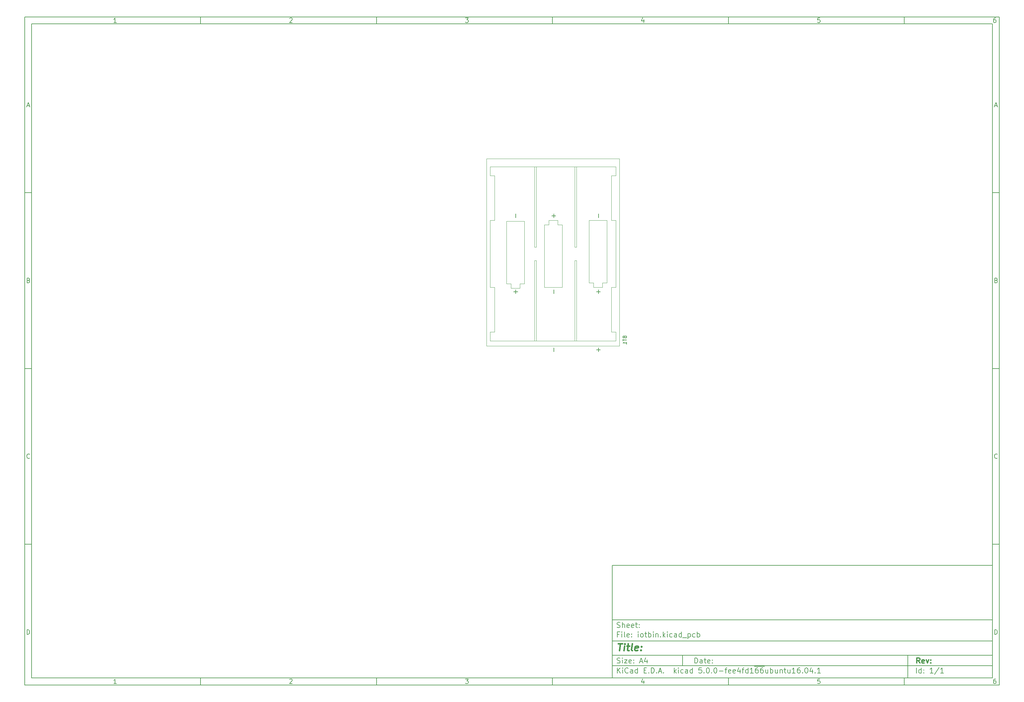
<source format=gbr>
G04 #@! TF.GenerationSoftware,KiCad,Pcbnew,5.0.0-fee4fd1~66~ubuntu16.04.1*
G04 #@! TF.CreationDate,2018-09-18T23:27:24+02:00*
G04 #@! TF.ProjectId,iotbin,696F7462696E2E6B696361645F706362,rev?*
G04 #@! TF.SameCoordinates,Original*
G04 #@! TF.FileFunction,Legend,Bot*
G04 #@! TF.FilePolarity,Positive*
%FSLAX46Y46*%
G04 Gerber Fmt 4.6, Leading zero omitted, Abs format (unit mm)*
G04 Created by KiCad (PCBNEW 5.0.0-fee4fd1~66~ubuntu16.04.1) date Tue Sep 18 23:27:24 2018*
%MOMM*%
%LPD*%
G01*
G04 APERTURE LIST*
%ADD10C,0.100000*%
%ADD11C,0.150000*%
%ADD12C,0.300000*%
%ADD13C,0.400000*%
%ADD14C,0.120000*%
G04 APERTURE END LIST*
D10*
D11*
X177002200Y-166007200D02*
X177002200Y-198007200D01*
X285002200Y-198007200D01*
X285002200Y-166007200D01*
X177002200Y-166007200D01*
D10*
D11*
X10000000Y-10000000D02*
X10000000Y-200007200D01*
X287002200Y-200007200D01*
X287002200Y-10000000D01*
X10000000Y-10000000D01*
D10*
D11*
X12000000Y-12000000D02*
X12000000Y-198007200D01*
X285002200Y-198007200D01*
X285002200Y-12000000D01*
X12000000Y-12000000D01*
D10*
D11*
X60000000Y-12000000D02*
X60000000Y-10000000D01*
D10*
D11*
X110000000Y-12000000D02*
X110000000Y-10000000D01*
D10*
D11*
X160000000Y-12000000D02*
X160000000Y-10000000D01*
D10*
D11*
X210000000Y-12000000D02*
X210000000Y-10000000D01*
D10*
D11*
X260000000Y-12000000D02*
X260000000Y-10000000D01*
D10*
D11*
X36065476Y-11588095D02*
X35322619Y-11588095D01*
X35694047Y-11588095D02*
X35694047Y-10288095D01*
X35570238Y-10473809D01*
X35446428Y-10597619D01*
X35322619Y-10659523D01*
D10*
D11*
X85322619Y-10411904D02*
X85384523Y-10350000D01*
X85508333Y-10288095D01*
X85817857Y-10288095D01*
X85941666Y-10350000D01*
X86003571Y-10411904D01*
X86065476Y-10535714D01*
X86065476Y-10659523D01*
X86003571Y-10845238D01*
X85260714Y-11588095D01*
X86065476Y-11588095D01*
D10*
D11*
X135260714Y-10288095D02*
X136065476Y-10288095D01*
X135632142Y-10783333D01*
X135817857Y-10783333D01*
X135941666Y-10845238D01*
X136003571Y-10907142D01*
X136065476Y-11030952D01*
X136065476Y-11340476D01*
X136003571Y-11464285D01*
X135941666Y-11526190D01*
X135817857Y-11588095D01*
X135446428Y-11588095D01*
X135322619Y-11526190D01*
X135260714Y-11464285D01*
D10*
D11*
X185941666Y-10721428D02*
X185941666Y-11588095D01*
X185632142Y-10226190D02*
X185322619Y-11154761D01*
X186127380Y-11154761D01*
D10*
D11*
X236003571Y-10288095D02*
X235384523Y-10288095D01*
X235322619Y-10907142D01*
X235384523Y-10845238D01*
X235508333Y-10783333D01*
X235817857Y-10783333D01*
X235941666Y-10845238D01*
X236003571Y-10907142D01*
X236065476Y-11030952D01*
X236065476Y-11340476D01*
X236003571Y-11464285D01*
X235941666Y-11526190D01*
X235817857Y-11588095D01*
X235508333Y-11588095D01*
X235384523Y-11526190D01*
X235322619Y-11464285D01*
D10*
D11*
X285941666Y-10288095D02*
X285694047Y-10288095D01*
X285570238Y-10350000D01*
X285508333Y-10411904D01*
X285384523Y-10597619D01*
X285322619Y-10845238D01*
X285322619Y-11340476D01*
X285384523Y-11464285D01*
X285446428Y-11526190D01*
X285570238Y-11588095D01*
X285817857Y-11588095D01*
X285941666Y-11526190D01*
X286003571Y-11464285D01*
X286065476Y-11340476D01*
X286065476Y-11030952D01*
X286003571Y-10907142D01*
X285941666Y-10845238D01*
X285817857Y-10783333D01*
X285570238Y-10783333D01*
X285446428Y-10845238D01*
X285384523Y-10907142D01*
X285322619Y-11030952D01*
D10*
D11*
X60000000Y-198007200D02*
X60000000Y-200007200D01*
D10*
D11*
X110000000Y-198007200D02*
X110000000Y-200007200D01*
D10*
D11*
X160000000Y-198007200D02*
X160000000Y-200007200D01*
D10*
D11*
X210000000Y-198007200D02*
X210000000Y-200007200D01*
D10*
D11*
X260000000Y-198007200D02*
X260000000Y-200007200D01*
D10*
D11*
X36065476Y-199595295D02*
X35322619Y-199595295D01*
X35694047Y-199595295D02*
X35694047Y-198295295D01*
X35570238Y-198481009D01*
X35446428Y-198604819D01*
X35322619Y-198666723D01*
D10*
D11*
X85322619Y-198419104D02*
X85384523Y-198357200D01*
X85508333Y-198295295D01*
X85817857Y-198295295D01*
X85941666Y-198357200D01*
X86003571Y-198419104D01*
X86065476Y-198542914D01*
X86065476Y-198666723D01*
X86003571Y-198852438D01*
X85260714Y-199595295D01*
X86065476Y-199595295D01*
D10*
D11*
X135260714Y-198295295D02*
X136065476Y-198295295D01*
X135632142Y-198790533D01*
X135817857Y-198790533D01*
X135941666Y-198852438D01*
X136003571Y-198914342D01*
X136065476Y-199038152D01*
X136065476Y-199347676D01*
X136003571Y-199471485D01*
X135941666Y-199533390D01*
X135817857Y-199595295D01*
X135446428Y-199595295D01*
X135322619Y-199533390D01*
X135260714Y-199471485D01*
D10*
D11*
X185941666Y-198728628D02*
X185941666Y-199595295D01*
X185632142Y-198233390D02*
X185322619Y-199161961D01*
X186127380Y-199161961D01*
D10*
D11*
X236003571Y-198295295D02*
X235384523Y-198295295D01*
X235322619Y-198914342D01*
X235384523Y-198852438D01*
X235508333Y-198790533D01*
X235817857Y-198790533D01*
X235941666Y-198852438D01*
X236003571Y-198914342D01*
X236065476Y-199038152D01*
X236065476Y-199347676D01*
X236003571Y-199471485D01*
X235941666Y-199533390D01*
X235817857Y-199595295D01*
X235508333Y-199595295D01*
X235384523Y-199533390D01*
X235322619Y-199471485D01*
D10*
D11*
X285941666Y-198295295D02*
X285694047Y-198295295D01*
X285570238Y-198357200D01*
X285508333Y-198419104D01*
X285384523Y-198604819D01*
X285322619Y-198852438D01*
X285322619Y-199347676D01*
X285384523Y-199471485D01*
X285446428Y-199533390D01*
X285570238Y-199595295D01*
X285817857Y-199595295D01*
X285941666Y-199533390D01*
X286003571Y-199471485D01*
X286065476Y-199347676D01*
X286065476Y-199038152D01*
X286003571Y-198914342D01*
X285941666Y-198852438D01*
X285817857Y-198790533D01*
X285570238Y-198790533D01*
X285446428Y-198852438D01*
X285384523Y-198914342D01*
X285322619Y-199038152D01*
D10*
D11*
X10000000Y-60000000D02*
X12000000Y-60000000D01*
D10*
D11*
X10000000Y-110000000D02*
X12000000Y-110000000D01*
D10*
D11*
X10000000Y-160000000D02*
X12000000Y-160000000D01*
D10*
D11*
X10690476Y-35216666D02*
X11309523Y-35216666D01*
X10566666Y-35588095D02*
X11000000Y-34288095D01*
X11433333Y-35588095D01*
D10*
D11*
X11092857Y-84907142D02*
X11278571Y-84969047D01*
X11340476Y-85030952D01*
X11402380Y-85154761D01*
X11402380Y-85340476D01*
X11340476Y-85464285D01*
X11278571Y-85526190D01*
X11154761Y-85588095D01*
X10659523Y-85588095D01*
X10659523Y-84288095D01*
X11092857Y-84288095D01*
X11216666Y-84350000D01*
X11278571Y-84411904D01*
X11340476Y-84535714D01*
X11340476Y-84659523D01*
X11278571Y-84783333D01*
X11216666Y-84845238D01*
X11092857Y-84907142D01*
X10659523Y-84907142D01*
D10*
D11*
X11402380Y-135464285D02*
X11340476Y-135526190D01*
X11154761Y-135588095D01*
X11030952Y-135588095D01*
X10845238Y-135526190D01*
X10721428Y-135402380D01*
X10659523Y-135278571D01*
X10597619Y-135030952D01*
X10597619Y-134845238D01*
X10659523Y-134597619D01*
X10721428Y-134473809D01*
X10845238Y-134350000D01*
X11030952Y-134288095D01*
X11154761Y-134288095D01*
X11340476Y-134350000D01*
X11402380Y-134411904D01*
D10*
D11*
X10659523Y-185588095D02*
X10659523Y-184288095D01*
X10969047Y-184288095D01*
X11154761Y-184350000D01*
X11278571Y-184473809D01*
X11340476Y-184597619D01*
X11402380Y-184845238D01*
X11402380Y-185030952D01*
X11340476Y-185278571D01*
X11278571Y-185402380D01*
X11154761Y-185526190D01*
X10969047Y-185588095D01*
X10659523Y-185588095D01*
D10*
D11*
X287002200Y-60000000D02*
X285002200Y-60000000D01*
D10*
D11*
X287002200Y-110000000D02*
X285002200Y-110000000D01*
D10*
D11*
X287002200Y-160000000D02*
X285002200Y-160000000D01*
D10*
D11*
X285692676Y-35216666D02*
X286311723Y-35216666D01*
X285568866Y-35588095D02*
X286002200Y-34288095D01*
X286435533Y-35588095D01*
D10*
D11*
X286095057Y-84907142D02*
X286280771Y-84969047D01*
X286342676Y-85030952D01*
X286404580Y-85154761D01*
X286404580Y-85340476D01*
X286342676Y-85464285D01*
X286280771Y-85526190D01*
X286156961Y-85588095D01*
X285661723Y-85588095D01*
X285661723Y-84288095D01*
X286095057Y-84288095D01*
X286218866Y-84350000D01*
X286280771Y-84411904D01*
X286342676Y-84535714D01*
X286342676Y-84659523D01*
X286280771Y-84783333D01*
X286218866Y-84845238D01*
X286095057Y-84907142D01*
X285661723Y-84907142D01*
D10*
D11*
X286404580Y-135464285D02*
X286342676Y-135526190D01*
X286156961Y-135588095D01*
X286033152Y-135588095D01*
X285847438Y-135526190D01*
X285723628Y-135402380D01*
X285661723Y-135278571D01*
X285599819Y-135030952D01*
X285599819Y-134845238D01*
X285661723Y-134597619D01*
X285723628Y-134473809D01*
X285847438Y-134350000D01*
X286033152Y-134288095D01*
X286156961Y-134288095D01*
X286342676Y-134350000D01*
X286404580Y-134411904D01*
D10*
D11*
X285661723Y-185588095D02*
X285661723Y-184288095D01*
X285971247Y-184288095D01*
X286156961Y-184350000D01*
X286280771Y-184473809D01*
X286342676Y-184597619D01*
X286404580Y-184845238D01*
X286404580Y-185030952D01*
X286342676Y-185278571D01*
X286280771Y-185402380D01*
X286156961Y-185526190D01*
X285971247Y-185588095D01*
X285661723Y-185588095D01*
D10*
D11*
X200434342Y-193785771D02*
X200434342Y-192285771D01*
X200791485Y-192285771D01*
X201005771Y-192357200D01*
X201148628Y-192500057D01*
X201220057Y-192642914D01*
X201291485Y-192928628D01*
X201291485Y-193142914D01*
X201220057Y-193428628D01*
X201148628Y-193571485D01*
X201005771Y-193714342D01*
X200791485Y-193785771D01*
X200434342Y-193785771D01*
X202577200Y-193785771D02*
X202577200Y-193000057D01*
X202505771Y-192857200D01*
X202362914Y-192785771D01*
X202077200Y-192785771D01*
X201934342Y-192857200D01*
X202577200Y-193714342D02*
X202434342Y-193785771D01*
X202077200Y-193785771D01*
X201934342Y-193714342D01*
X201862914Y-193571485D01*
X201862914Y-193428628D01*
X201934342Y-193285771D01*
X202077200Y-193214342D01*
X202434342Y-193214342D01*
X202577200Y-193142914D01*
X203077200Y-192785771D02*
X203648628Y-192785771D01*
X203291485Y-192285771D02*
X203291485Y-193571485D01*
X203362914Y-193714342D01*
X203505771Y-193785771D01*
X203648628Y-193785771D01*
X204720057Y-193714342D02*
X204577200Y-193785771D01*
X204291485Y-193785771D01*
X204148628Y-193714342D01*
X204077200Y-193571485D01*
X204077200Y-193000057D01*
X204148628Y-192857200D01*
X204291485Y-192785771D01*
X204577200Y-192785771D01*
X204720057Y-192857200D01*
X204791485Y-193000057D01*
X204791485Y-193142914D01*
X204077200Y-193285771D01*
X205434342Y-193642914D02*
X205505771Y-193714342D01*
X205434342Y-193785771D01*
X205362914Y-193714342D01*
X205434342Y-193642914D01*
X205434342Y-193785771D01*
X205434342Y-192857200D02*
X205505771Y-192928628D01*
X205434342Y-193000057D01*
X205362914Y-192928628D01*
X205434342Y-192857200D01*
X205434342Y-193000057D01*
D10*
D11*
X177002200Y-194507200D02*
X285002200Y-194507200D01*
D10*
D11*
X178434342Y-196585771D02*
X178434342Y-195085771D01*
X179291485Y-196585771D02*
X178648628Y-195728628D01*
X179291485Y-195085771D02*
X178434342Y-195942914D01*
X179934342Y-196585771D02*
X179934342Y-195585771D01*
X179934342Y-195085771D02*
X179862914Y-195157200D01*
X179934342Y-195228628D01*
X180005771Y-195157200D01*
X179934342Y-195085771D01*
X179934342Y-195228628D01*
X181505771Y-196442914D02*
X181434342Y-196514342D01*
X181220057Y-196585771D01*
X181077200Y-196585771D01*
X180862914Y-196514342D01*
X180720057Y-196371485D01*
X180648628Y-196228628D01*
X180577200Y-195942914D01*
X180577200Y-195728628D01*
X180648628Y-195442914D01*
X180720057Y-195300057D01*
X180862914Y-195157200D01*
X181077200Y-195085771D01*
X181220057Y-195085771D01*
X181434342Y-195157200D01*
X181505771Y-195228628D01*
X182791485Y-196585771D02*
X182791485Y-195800057D01*
X182720057Y-195657200D01*
X182577200Y-195585771D01*
X182291485Y-195585771D01*
X182148628Y-195657200D01*
X182791485Y-196514342D02*
X182648628Y-196585771D01*
X182291485Y-196585771D01*
X182148628Y-196514342D01*
X182077200Y-196371485D01*
X182077200Y-196228628D01*
X182148628Y-196085771D01*
X182291485Y-196014342D01*
X182648628Y-196014342D01*
X182791485Y-195942914D01*
X184148628Y-196585771D02*
X184148628Y-195085771D01*
X184148628Y-196514342D02*
X184005771Y-196585771D01*
X183720057Y-196585771D01*
X183577200Y-196514342D01*
X183505771Y-196442914D01*
X183434342Y-196300057D01*
X183434342Y-195871485D01*
X183505771Y-195728628D01*
X183577200Y-195657200D01*
X183720057Y-195585771D01*
X184005771Y-195585771D01*
X184148628Y-195657200D01*
X186005771Y-195800057D02*
X186505771Y-195800057D01*
X186720057Y-196585771D02*
X186005771Y-196585771D01*
X186005771Y-195085771D01*
X186720057Y-195085771D01*
X187362914Y-196442914D02*
X187434342Y-196514342D01*
X187362914Y-196585771D01*
X187291485Y-196514342D01*
X187362914Y-196442914D01*
X187362914Y-196585771D01*
X188077200Y-196585771D02*
X188077200Y-195085771D01*
X188434342Y-195085771D01*
X188648628Y-195157200D01*
X188791485Y-195300057D01*
X188862914Y-195442914D01*
X188934342Y-195728628D01*
X188934342Y-195942914D01*
X188862914Y-196228628D01*
X188791485Y-196371485D01*
X188648628Y-196514342D01*
X188434342Y-196585771D01*
X188077200Y-196585771D01*
X189577200Y-196442914D02*
X189648628Y-196514342D01*
X189577200Y-196585771D01*
X189505771Y-196514342D01*
X189577200Y-196442914D01*
X189577200Y-196585771D01*
X190220057Y-196157200D02*
X190934342Y-196157200D01*
X190077200Y-196585771D02*
X190577200Y-195085771D01*
X191077200Y-196585771D01*
X191577200Y-196442914D02*
X191648628Y-196514342D01*
X191577200Y-196585771D01*
X191505771Y-196514342D01*
X191577200Y-196442914D01*
X191577200Y-196585771D01*
X194577200Y-196585771D02*
X194577200Y-195085771D01*
X194720057Y-196014342D02*
X195148628Y-196585771D01*
X195148628Y-195585771D02*
X194577200Y-196157200D01*
X195791485Y-196585771D02*
X195791485Y-195585771D01*
X195791485Y-195085771D02*
X195720057Y-195157200D01*
X195791485Y-195228628D01*
X195862914Y-195157200D01*
X195791485Y-195085771D01*
X195791485Y-195228628D01*
X197148628Y-196514342D02*
X197005771Y-196585771D01*
X196720057Y-196585771D01*
X196577200Y-196514342D01*
X196505771Y-196442914D01*
X196434342Y-196300057D01*
X196434342Y-195871485D01*
X196505771Y-195728628D01*
X196577200Y-195657200D01*
X196720057Y-195585771D01*
X197005771Y-195585771D01*
X197148628Y-195657200D01*
X198434342Y-196585771D02*
X198434342Y-195800057D01*
X198362914Y-195657200D01*
X198220057Y-195585771D01*
X197934342Y-195585771D01*
X197791485Y-195657200D01*
X198434342Y-196514342D02*
X198291485Y-196585771D01*
X197934342Y-196585771D01*
X197791485Y-196514342D01*
X197720057Y-196371485D01*
X197720057Y-196228628D01*
X197791485Y-196085771D01*
X197934342Y-196014342D01*
X198291485Y-196014342D01*
X198434342Y-195942914D01*
X199791485Y-196585771D02*
X199791485Y-195085771D01*
X199791485Y-196514342D02*
X199648628Y-196585771D01*
X199362914Y-196585771D01*
X199220057Y-196514342D01*
X199148628Y-196442914D01*
X199077200Y-196300057D01*
X199077200Y-195871485D01*
X199148628Y-195728628D01*
X199220057Y-195657200D01*
X199362914Y-195585771D01*
X199648628Y-195585771D01*
X199791485Y-195657200D01*
X202362914Y-195085771D02*
X201648628Y-195085771D01*
X201577200Y-195800057D01*
X201648628Y-195728628D01*
X201791485Y-195657200D01*
X202148628Y-195657200D01*
X202291485Y-195728628D01*
X202362914Y-195800057D01*
X202434342Y-195942914D01*
X202434342Y-196300057D01*
X202362914Y-196442914D01*
X202291485Y-196514342D01*
X202148628Y-196585771D01*
X201791485Y-196585771D01*
X201648628Y-196514342D01*
X201577200Y-196442914D01*
X203077200Y-196442914D02*
X203148628Y-196514342D01*
X203077200Y-196585771D01*
X203005771Y-196514342D01*
X203077200Y-196442914D01*
X203077200Y-196585771D01*
X204077200Y-195085771D02*
X204220057Y-195085771D01*
X204362914Y-195157200D01*
X204434342Y-195228628D01*
X204505771Y-195371485D01*
X204577200Y-195657200D01*
X204577200Y-196014342D01*
X204505771Y-196300057D01*
X204434342Y-196442914D01*
X204362914Y-196514342D01*
X204220057Y-196585771D01*
X204077200Y-196585771D01*
X203934342Y-196514342D01*
X203862914Y-196442914D01*
X203791485Y-196300057D01*
X203720057Y-196014342D01*
X203720057Y-195657200D01*
X203791485Y-195371485D01*
X203862914Y-195228628D01*
X203934342Y-195157200D01*
X204077200Y-195085771D01*
X205220057Y-196442914D02*
X205291485Y-196514342D01*
X205220057Y-196585771D01*
X205148628Y-196514342D01*
X205220057Y-196442914D01*
X205220057Y-196585771D01*
X206220057Y-195085771D02*
X206362914Y-195085771D01*
X206505771Y-195157200D01*
X206577200Y-195228628D01*
X206648628Y-195371485D01*
X206720057Y-195657200D01*
X206720057Y-196014342D01*
X206648628Y-196300057D01*
X206577200Y-196442914D01*
X206505771Y-196514342D01*
X206362914Y-196585771D01*
X206220057Y-196585771D01*
X206077200Y-196514342D01*
X206005771Y-196442914D01*
X205934342Y-196300057D01*
X205862914Y-196014342D01*
X205862914Y-195657200D01*
X205934342Y-195371485D01*
X206005771Y-195228628D01*
X206077200Y-195157200D01*
X206220057Y-195085771D01*
X207362914Y-196014342D02*
X208505771Y-196014342D01*
X209005771Y-195585771D02*
X209577200Y-195585771D01*
X209220057Y-196585771D02*
X209220057Y-195300057D01*
X209291485Y-195157200D01*
X209434342Y-195085771D01*
X209577200Y-195085771D01*
X210648628Y-196514342D02*
X210505771Y-196585771D01*
X210220057Y-196585771D01*
X210077200Y-196514342D01*
X210005771Y-196371485D01*
X210005771Y-195800057D01*
X210077200Y-195657200D01*
X210220057Y-195585771D01*
X210505771Y-195585771D01*
X210648628Y-195657200D01*
X210720057Y-195800057D01*
X210720057Y-195942914D01*
X210005771Y-196085771D01*
X211934342Y-196514342D02*
X211791485Y-196585771D01*
X211505771Y-196585771D01*
X211362914Y-196514342D01*
X211291485Y-196371485D01*
X211291485Y-195800057D01*
X211362914Y-195657200D01*
X211505771Y-195585771D01*
X211791485Y-195585771D01*
X211934342Y-195657200D01*
X212005771Y-195800057D01*
X212005771Y-195942914D01*
X211291485Y-196085771D01*
X213291485Y-195585771D02*
X213291485Y-196585771D01*
X212934342Y-195014342D02*
X212577200Y-196085771D01*
X213505771Y-196085771D01*
X213862914Y-195585771D02*
X214434342Y-195585771D01*
X214077200Y-196585771D02*
X214077200Y-195300057D01*
X214148628Y-195157200D01*
X214291485Y-195085771D01*
X214434342Y-195085771D01*
X215577200Y-196585771D02*
X215577200Y-195085771D01*
X215577200Y-196514342D02*
X215434342Y-196585771D01*
X215148628Y-196585771D01*
X215005771Y-196514342D01*
X214934342Y-196442914D01*
X214862914Y-196300057D01*
X214862914Y-195871485D01*
X214934342Y-195728628D01*
X215005771Y-195657200D01*
X215148628Y-195585771D01*
X215434342Y-195585771D01*
X215577200Y-195657200D01*
X217077200Y-196585771D02*
X216220057Y-196585771D01*
X216648628Y-196585771D02*
X216648628Y-195085771D01*
X216505771Y-195300057D01*
X216362914Y-195442914D01*
X216220057Y-195514342D01*
X217362914Y-194677200D02*
X218791485Y-194677200D01*
X218362914Y-195085771D02*
X218077200Y-195085771D01*
X217934342Y-195157200D01*
X217862914Y-195228628D01*
X217720057Y-195442914D01*
X217648628Y-195728628D01*
X217648628Y-196300057D01*
X217720057Y-196442914D01*
X217791485Y-196514342D01*
X217934342Y-196585771D01*
X218220057Y-196585771D01*
X218362914Y-196514342D01*
X218434342Y-196442914D01*
X218505771Y-196300057D01*
X218505771Y-195942914D01*
X218434342Y-195800057D01*
X218362914Y-195728628D01*
X218220057Y-195657200D01*
X217934342Y-195657200D01*
X217791485Y-195728628D01*
X217720057Y-195800057D01*
X217648628Y-195942914D01*
X218791485Y-194677200D02*
X220220057Y-194677200D01*
X219791485Y-195085771D02*
X219505771Y-195085771D01*
X219362914Y-195157200D01*
X219291485Y-195228628D01*
X219148628Y-195442914D01*
X219077200Y-195728628D01*
X219077200Y-196300057D01*
X219148628Y-196442914D01*
X219220057Y-196514342D01*
X219362914Y-196585771D01*
X219648628Y-196585771D01*
X219791485Y-196514342D01*
X219862914Y-196442914D01*
X219934342Y-196300057D01*
X219934342Y-195942914D01*
X219862914Y-195800057D01*
X219791485Y-195728628D01*
X219648628Y-195657200D01*
X219362914Y-195657200D01*
X219220057Y-195728628D01*
X219148628Y-195800057D01*
X219077200Y-195942914D01*
X221220057Y-195585771D02*
X221220057Y-196585771D01*
X220577200Y-195585771D02*
X220577200Y-196371485D01*
X220648628Y-196514342D01*
X220791485Y-196585771D01*
X221005771Y-196585771D01*
X221148628Y-196514342D01*
X221220057Y-196442914D01*
X221934342Y-196585771D02*
X221934342Y-195085771D01*
X221934342Y-195657200D02*
X222077200Y-195585771D01*
X222362914Y-195585771D01*
X222505771Y-195657200D01*
X222577200Y-195728628D01*
X222648628Y-195871485D01*
X222648628Y-196300057D01*
X222577200Y-196442914D01*
X222505771Y-196514342D01*
X222362914Y-196585771D01*
X222077200Y-196585771D01*
X221934342Y-196514342D01*
X223934342Y-195585771D02*
X223934342Y-196585771D01*
X223291485Y-195585771D02*
X223291485Y-196371485D01*
X223362914Y-196514342D01*
X223505771Y-196585771D01*
X223720057Y-196585771D01*
X223862914Y-196514342D01*
X223934342Y-196442914D01*
X224648628Y-195585771D02*
X224648628Y-196585771D01*
X224648628Y-195728628D02*
X224720057Y-195657200D01*
X224862914Y-195585771D01*
X225077200Y-195585771D01*
X225220057Y-195657200D01*
X225291485Y-195800057D01*
X225291485Y-196585771D01*
X225791485Y-195585771D02*
X226362914Y-195585771D01*
X226005771Y-195085771D02*
X226005771Y-196371485D01*
X226077200Y-196514342D01*
X226220057Y-196585771D01*
X226362914Y-196585771D01*
X227505771Y-195585771D02*
X227505771Y-196585771D01*
X226862914Y-195585771D02*
X226862914Y-196371485D01*
X226934342Y-196514342D01*
X227077200Y-196585771D01*
X227291485Y-196585771D01*
X227434342Y-196514342D01*
X227505771Y-196442914D01*
X229005771Y-196585771D02*
X228148628Y-196585771D01*
X228577200Y-196585771D02*
X228577200Y-195085771D01*
X228434342Y-195300057D01*
X228291485Y-195442914D01*
X228148628Y-195514342D01*
X230291485Y-195085771D02*
X230005771Y-195085771D01*
X229862914Y-195157200D01*
X229791485Y-195228628D01*
X229648628Y-195442914D01*
X229577200Y-195728628D01*
X229577200Y-196300057D01*
X229648628Y-196442914D01*
X229720057Y-196514342D01*
X229862914Y-196585771D01*
X230148628Y-196585771D01*
X230291485Y-196514342D01*
X230362914Y-196442914D01*
X230434342Y-196300057D01*
X230434342Y-195942914D01*
X230362914Y-195800057D01*
X230291485Y-195728628D01*
X230148628Y-195657200D01*
X229862914Y-195657200D01*
X229720057Y-195728628D01*
X229648628Y-195800057D01*
X229577200Y-195942914D01*
X231077200Y-196442914D02*
X231148628Y-196514342D01*
X231077200Y-196585771D01*
X231005771Y-196514342D01*
X231077200Y-196442914D01*
X231077200Y-196585771D01*
X232077200Y-195085771D02*
X232220057Y-195085771D01*
X232362914Y-195157200D01*
X232434342Y-195228628D01*
X232505771Y-195371485D01*
X232577200Y-195657200D01*
X232577200Y-196014342D01*
X232505771Y-196300057D01*
X232434342Y-196442914D01*
X232362914Y-196514342D01*
X232220057Y-196585771D01*
X232077200Y-196585771D01*
X231934342Y-196514342D01*
X231862914Y-196442914D01*
X231791485Y-196300057D01*
X231720057Y-196014342D01*
X231720057Y-195657200D01*
X231791485Y-195371485D01*
X231862914Y-195228628D01*
X231934342Y-195157200D01*
X232077200Y-195085771D01*
X233862914Y-195585771D02*
X233862914Y-196585771D01*
X233505771Y-195014342D02*
X233148628Y-196085771D01*
X234077200Y-196085771D01*
X234648628Y-196442914D02*
X234720057Y-196514342D01*
X234648628Y-196585771D01*
X234577200Y-196514342D01*
X234648628Y-196442914D01*
X234648628Y-196585771D01*
X236148628Y-196585771D02*
X235291485Y-196585771D01*
X235720057Y-196585771D02*
X235720057Y-195085771D01*
X235577200Y-195300057D01*
X235434342Y-195442914D01*
X235291485Y-195514342D01*
D10*
D11*
X177002200Y-191507200D02*
X285002200Y-191507200D01*
D10*
D12*
X264411485Y-193785771D02*
X263911485Y-193071485D01*
X263554342Y-193785771D02*
X263554342Y-192285771D01*
X264125771Y-192285771D01*
X264268628Y-192357200D01*
X264340057Y-192428628D01*
X264411485Y-192571485D01*
X264411485Y-192785771D01*
X264340057Y-192928628D01*
X264268628Y-193000057D01*
X264125771Y-193071485D01*
X263554342Y-193071485D01*
X265625771Y-193714342D02*
X265482914Y-193785771D01*
X265197200Y-193785771D01*
X265054342Y-193714342D01*
X264982914Y-193571485D01*
X264982914Y-193000057D01*
X265054342Y-192857200D01*
X265197200Y-192785771D01*
X265482914Y-192785771D01*
X265625771Y-192857200D01*
X265697200Y-193000057D01*
X265697200Y-193142914D01*
X264982914Y-193285771D01*
X266197200Y-192785771D02*
X266554342Y-193785771D01*
X266911485Y-192785771D01*
X267482914Y-193642914D02*
X267554342Y-193714342D01*
X267482914Y-193785771D01*
X267411485Y-193714342D01*
X267482914Y-193642914D01*
X267482914Y-193785771D01*
X267482914Y-192857200D02*
X267554342Y-192928628D01*
X267482914Y-193000057D01*
X267411485Y-192928628D01*
X267482914Y-192857200D01*
X267482914Y-193000057D01*
D10*
D11*
X178362914Y-193714342D02*
X178577200Y-193785771D01*
X178934342Y-193785771D01*
X179077200Y-193714342D01*
X179148628Y-193642914D01*
X179220057Y-193500057D01*
X179220057Y-193357200D01*
X179148628Y-193214342D01*
X179077200Y-193142914D01*
X178934342Y-193071485D01*
X178648628Y-193000057D01*
X178505771Y-192928628D01*
X178434342Y-192857200D01*
X178362914Y-192714342D01*
X178362914Y-192571485D01*
X178434342Y-192428628D01*
X178505771Y-192357200D01*
X178648628Y-192285771D01*
X179005771Y-192285771D01*
X179220057Y-192357200D01*
X179862914Y-193785771D02*
X179862914Y-192785771D01*
X179862914Y-192285771D02*
X179791485Y-192357200D01*
X179862914Y-192428628D01*
X179934342Y-192357200D01*
X179862914Y-192285771D01*
X179862914Y-192428628D01*
X180434342Y-192785771D02*
X181220057Y-192785771D01*
X180434342Y-193785771D01*
X181220057Y-193785771D01*
X182362914Y-193714342D02*
X182220057Y-193785771D01*
X181934342Y-193785771D01*
X181791485Y-193714342D01*
X181720057Y-193571485D01*
X181720057Y-193000057D01*
X181791485Y-192857200D01*
X181934342Y-192785771D01*
X182220057Y-192785771D01*
X182362914Y-192857200D01*
X182434342Y-193000057D01*
X182434342Y-193142914D01*
X181720057Y-193285771D01*
X183077200Y-193642914D02*
X183148628Y-193714342D01*
X183077200Y-193785771D01*
X183005771Y-193714342D01*
X183077200Y-193642914D01*
X183077200Y-193785771D01*
X183077200Y-192857200D02*
X183148628Y-192928628D01*
X183077200Y-193000057D01*
X183005771Y-192928628D01*
X183077200Y-192857200D01*
X183077200Y-193000057D01*
X184862914Y-193357200D02*
X185577200Y-193357200D01*
X184720057Y-193785771D02*
X185220057Y-192285771D01*
X185720057Y-193785771D01*
X186862914Y-192785771D02*
X186862914Y-193785771D01*
X186505771Y-192214342D02*
X186148628Y-193285771D01*
X187077200Y-193285771D01*
D10*
D11*
X263434342Y-196585771D02*
X263434342Y-195085771D01*
X264791485Y-196585771D02*
X264791485Y-195085771D01*
X264791485Y-196514342D02*
X264648628Y-196585771D01*
X264362914Y-196585771D01*
X264220057Y-196514342D01*
X264148628Y-196442914D01*
X264077200Y-196300057D01*
X264077200Y-195871485D01*
X264148628Y-195728628D01*
X264220057Y-195657200D01*
X264362914Y-195585771D01*
X264648628Y-195585771D01*
X264791485Y-195657200D01*
X265505771Y-196442914D02*
X265577200Y-196514342D01*
X265505771Y-196585771D01*
X265434342Y-196514342D01*
X265505771Y-196442914D01*
X265505771Y-196585771D01*
X265505771Y-195657200D02*
X265577200Y-195728628D01*
X265505771Y-195800057D01*
X265434342Y-195728628D01*
X265505771Y-195657200D01*
X265505771Y-195800057D01*
X268148628Y-196585771D02*
X267291485Y-196585771D01*
X267720057Y-196585771D02*
X267720057Y-195085771D01*
X267577200Y-195300057D01*
X267434342Y-195442914D01*
X267291485Y-195514342D01*
X269862914Y-195014342D02*
X268577200Y-196942914D01*
X271148628Y-196585771D02*
X270291485Y-196585771D01*
X270720057Y-196585771D02*
X270720057Y-195085771D01*
X270577200Y-195300057D01*
X270434342Y-195442914D01*
X270291485Y-195514342D01*
D10*
D11*
X177002200Y-187507200D02*
X285002200Y-187507200D01*
D10*
D13*
X178714580Y-188211961D02*
X179857438Y-188211961D01*
X179036009Y-190211961D02*
X179286009Y-188211961D01*
X180274104Y-190211961D02*
X180440771Y-188878628D01*
X180524104Y-188211961D02*
X180416961Y-188307200D01*
X180500295Y-188402438D01*
X180607438Y-188307200D01*
X180524104Y-188211961D01*
X180500295Y-188402438D01*
X181107438Y-188878628D02*
X181869342Y-188878628D01*
X181476485Y-188211961D02*
X181262200Y-189926247D01*
X181333628Y-190116723D01*
X181512200Y-190211961D01*
X181702676Y-190211961D01*
X182655057Y-190211961D02*
X182476485Y-190116723D01*
X182405057Y-189926247D01*
X182619342Y-188211961D01*
X184190771Y-190116723D02*
X183988390Y-190211961D01*
X183607438Y-190211961D01*
X183428866Y-190116723D01*
X183357438Y-189926247D01*
X183452676Y-189164342D01*
X183571723Y-188973866D01*
X183774104Y-188878628D01*
X184155057Y-188878628D01*
X184333628Y-188973866D01*
X184405057Y-189164342D01*
X184381247Y-189354819D01*
X183405057Y-189545295D01*
X185155057Y-190021485D02*
X185238390Y-190116723D01*
X185131247Y-190211961D01*
X185047914Y-190116723D01*
X185155057Y-190021485D01*
X185131247Y-190211961D01*
X185286009Y-188973866D02*
X185369342Y-189069104D01*
X185262200Y-189164342D01*
X185178866Y-189069104D01*
X185286009Y-188973866D01*
X185262200Y-189164342D01*
D10*
D11*
X178934342Y-185600057D02*
X178434342Y-185600057D01*
X178434342Y-186385771D02*
X178434342Y-184885771D01*
X179148628Y-184885771D01*
X179720057Y-186385771D02*
X179720057Y-185385771D01*
X179720057Y-184885771D02*
X179648628Y-184957200D01*
X179720057Y-185028628D01*
X179791485Y-184957200D01*
X179720057Y-184885771D01*
X179720057Y-185028628D01*
X180648628Y-186385771D02*
X180505771Y-186314342D01*
X180434342Y-186171485D01*
X180434342Y-184885771D01*
X181791485Y-186314342D02*
X181648628Y-186385771D01*
X181362914Y-186385771D01*
X181220057Y-186314342D01*
X181148628Y-186171485D01*
X181148628Y-185600057D01*
X181220057Y-185457200D01*
X181362914Y-185385771D01*
X181648628Y-185385771D01*
X181791485Y-185457200D01*
X181862914Y-185600057D01*
X181862914Y-185742914D01*
X181148628Y-185885771D01*
X182505771Y-186242914D02*
X182577200Y-186314342D01*
X182505771Y-186385771D01*
X182434342Y-186314342D01*
X182505771Y-186242914D01*
X182505771Y-186385771D01*
X182505771Y-185457200D02*
X182577200Y-185528628D01*
X182505771Y-185600057D01*
X182434342Y-185528628D01*
X182505771Y-185457200D01*
X182505771Y-185600057D01*
X184362914Y-186385771D02*
X184362914Y-185385771D01*
X184362914Y-184885771D02*
X184291485Y-184957200D01*
X184362914Y-185028628D01*
X184434342Y-184957200D01*
X184362914Y-184885771D01*
X184362914Y-185028628D01*
X185291485Y-186385771D02*
X185148628Y-186314342D01*
X185077200Y-186242914D01*
X185005771Y-186100057D01*
X185005771Y-185671485D01*
X185077200Y-185528628D01*
X185148628Y-185457200D01*
X185291485Y-185385771D01*
X185505771Y-185385771D01*
X185648628Y-185457200D01*
X185720057Y-185528628D01*
X185791485Y-185671485D01*
X185791485Y-186100057D01*
X185720057Y-186242914D01*
X185648628Y-186314342D01*
X185505771Y-186385771D01*
X185291485Y-186385771D01*
X186220057Y-185385771D02*
X186791485Y-185385771D01*
X186434342Y-184885771D02*
X186434342Y-186171485D01*
X186505771Y-186314342D01*
X186648628Y-186385771D01*
X186791485Y-186385771D01*
X187291485Y-186385771D02*
X187291485Y-184885771D01*
X187291485Y-185457200D02*
X187434342Y-185385771D01*
X187720057Y-185385771D01*
X187862914Y-185457200D01*
X187934342Y-185528628D01*
X188005771Y-185671485D01*
X188005771Y-186100057D01*
X187934342Y-186242914D01*
X187862914Y-186314342D01*
X187720057Y-186385771D01*
X187434342Y-186385771D01*
X187291485Y-186314342D01*
X188648628Y-186385771D02*
X188648628Y-185385771D01*
X188648628Y-184885771D02*
X188577200Y-184957200D01*
X188648628Y-185028628D01*
X188720057Y-184957200D01*
X188648628Y-184885771D01*
X188648628Y-185028628D01*
X189362914Y-185385771D02*
X189362914Y-186385771D01*
X189362914Y-185528628D02*
X189434342Y-185457200D01*
X189577200Y-185385771D01*
X189791485Y-185385771D01*
X189934342Y-185457200D01*
X190005771Y-185600057D01*
X190005771Y-186385771D01*
X190720057Y-186242914D02*
X190791485Y-186314342D01*
X190720057Y-186385771D01*
X190648628Y-186314342D01*
X190720057Y-186242914D01*
X190720057Y-186385771D01*
X191434342Y-186385771D02*
X191434342Y-184885771D01*
X191577200Y-185814342D02*
X192005771Y-186385771D01*
X192005771Y-185385771D02*
X191434342Y-185957200D01*
X192648628Y-186385771D02*
X192648628Y-185385771D01*
X192648628Y-184885771D02*
X192577200Y-184957200D01*
X192648628Y-185028628D01*
X192720057Y-184957200D01*
X192648628Y-184885771D01*
X192648628Y-185028628D01*
X194005771Y-186314342D02*
X193862914Y-186385771D01*
X193577200Y-186385771D01*
X193434342Y-186314342D01*
X193362914Y-186242914D01*
X193291485Y-186100057D01*
X193291485Y-185671485D01*
X193362914Y-185528628D01*
X193434342Y-185457200D01*
X193577200Y-185385771D01*
X193862914Y-185385771D01*
X194005771Y-185457200D01*
X195291485Y-186385771D02*
X195291485Y-185600057D01*
X195220057Y-185457200D01*
X195077200Y-185385771D01*
X194791485Y-185385771D01*
X194648628Y-185457200D01*
X195291485Y-186314342D02*
X195148628Y-186385771D01*
X194791485Y-186385771D01*
X194648628Y-186314342D01*
X194577200Y-186171485D01*
X194577200Y-186028628D01*
X194648628Y-185885771D01*
X194791485Y-185814342D01*
X195148628Y-185814342D01*
X195291485Y-185742914D01*
X196648628Y-186385771D02*
X196648628Y-184885771D01*
X196648628Y-186314342D02*
X196505771Y-186385771D01*
X196220057Y-186385771D01*
X196077200Y-186314342D01*
X196005771Y-186242914D01*
X195934342Y-186100057D01*
X195934342Y-185671485D01*
X196005771Y-185528628D01*
X196077200Y-185457200D01*
X196220057Y-185385771D01*
X196505771Y-185385771D01*
X196648628Y-185457200D01*
X197005771Y-186528628D02*
X198148628Y-186528628D01*
X198505771Y-185385771D02*
X198505771Y-186885771D01*
X198505771Y-185457200D02*
X198648628Y-185385771D01*
X198934342Y-185385771D01*
X199077200Y-185457200D01*
X199148628Y-185528628D01*
X199220057Y-185671485D01*
X199220057Y-186100057D01*
X199148628Y-186242914D01*
X199077200Y-186314342D01*
X198934342Y-186385771D01*
X198648628Y-186385771D01*
X198505771Y-186314342D01*
X200505771Y-186314342D02*
X200362914Y-186385771D01*
X200077200Y-186385771D01*
X199934342Y-186314342D01*
X199862914Y-186242914D01*
X199791485Y-186100057D01*
X199791485Y-185671485D01*
X199862914Y-185528628D01*
X199934342Y-185457200D01*
X200077200Y-185385771D01*
X200362914Y-185385771D01*
X200505771Y-185457200D01*
X201148628Y-186385771D02*
X201148628Y-184885771D01*
X201148628Y-185457200D02*
X201291485Y-185385771D01*
X201577200Y-185385771D01*
X201720057Y-185457200D01*
X201791485Y-185528628D01*
X201862914Y-185671485D01*
X201862914Y-186100057D01*
X201791485Y-186242914D01*
X201720057Y-186314342D01*
X201577200Y-186385771D01*
X201291485Y-186385771D01*
X201148628Y-186314342D01*
D10*
D11*
X177002200Y-181507200D02*
X285002200Y-181507200D01*
D10*
D11*
X178362914Y-183614342D02*
X178577200Y-183685771D01*
X178934342Y-183685771D01*
X179077200Y-183614342D01*
X179148628Y-183542914D01*
X179220057Y-183400057D01*
X179220057Y-183257200D01*
X179148628Y-183114342D01*
X179077200Y-183042914D01*
X178934342Y-182971485D01*
X178648628Y-182900057D01*
X178505771Y-182828628D01*
X178434342Y-182757200D01*
X178362914Y-182614342D01*
X178362914Y-182471485D01*
X178434342Y-182328628D01*
X178505771Y-182257200D01*
X178648628Y-182185771D01*
X179005771Y-182185771D01*
X179220057Y-182257200D01*
X179862914Y-183685771D02*
X179862914Y-182185771D01*
X180505771Y-183685771D02*
X180505771Y-182900057D01*
X180434342Y-182757200D01*
X180291485Y-182685771D01*
X180077200Y-182685771D01*
X179934342Y-182757200D01*
X179862914Y-182828628D01*
X181791485Y-183614342D02*
X181648628Y-183685771D01*
X181362914Y-183685771D01*
X181220057Y-183614342D01*
X181148628Y-183471485D01*
X181148628Y-182900057D01*
X181220057Y-182757200D01*
X181362914Y-182685771D01*
X181648628Y-182685771D01*
X181791485Y-182757200D01*
X181862914Y-182900057D01*
X181862914Y-183042914D01*
X181148628Y-183185771D01*
X183077200Y-183614342D02*
X182934342Y-183685771D01*
X182648628Y-183685771D01*
X182505771Y-183614342D01*
X182434342Y-183471485D01*
X182434342Y-182900057D01*
X182505771Y-182757200D01*
X182648628Y-182685771D01*
X182934342Y-182685771D01*
X183077200Y-182757200D01*
X183148628Y-182900057D01*
X183148628Y-183042914D01*
X182434342Y-183185771D01*
X183577200Y-182685771D02*
X184148628Y-182685771D01*
X183791485Y-182185771D02*
X183791485Y-183471485D01*
X183862914Y-183614342D01*
X184005771Y-183685771D01*
X184148628Y-183685771D01*
X184648628Y-183542914D02*
X184720057Y-183614342D01*
X184648628Y-183685771D01*
X184577200Y-183614342D01*
X184648628Y-183542914D01*
X184648628Y-183685771D01*
X184648628Y-182757200D02*
X184720057Y-182828628D01*
X184648628Y-182900057D01*
X184577200Y-182828628D01*
X184648628Y-182757200D01*
X184648628Y-182900057D01*
D10*
D11*
X197002200Y-191507200D02*
X197002200Y-194507200D01*
D10*
D11*
X261002200Y-191507200D02*
X261002200Y-198007200D01*
D14*
G04 #@! TO.C,BT1*
X150721000Y-87128000D02*
X150721000Y-85858000D01*
X150721000Y-85858000D02*
X151991000Y-85858000D01*
X155166000Y-102114000D02*
X142275500Y-102114000D01*
X174216000Y-67824000D02*
X170406000Y-67824000D01*
X176756000Y-55124000D02*
X176756000Y-67824000D01*
X142266000Y-67824000D02*
X143536000Y-67824000D01*
X150721000Y-68078000D02*
X146911000Y-68078000D01*
X150721000Y-68078000D02*
X146911000Y-68078000D01*
X141296000Y-50344000D02*
X178996000Y-50344000D01*
X151991000Y-68078000D02*
X150721000Y-68078000D01*
X151991000Y-85858000D02*
X151991000Y-68078000D01*
X175486000Y-67824000D02*
X174216000Y-67824000D01*
X175486000Y-85604000D02*
X175486000Y-67824000D01*
X174216000Y-85604000D02*
X175486000Y-85604000D01*
X174216000Y-86874000D02*
X174216000Y-85604000D01*
X150721000Y-85858000D02*
X151991000Y-85858000D01*
X150721000Y-87128000D02*
X150721000Y-85858000D01*
X170406000Y-67824000D02*
X170406000Y-85604000D01*
X170406000Y-85604000D02*
X171676000Y-85604000D01*
X155420000Y-75444000D02*
X154912000Y-75444000D01*
X154912000Y-75444000D02*
X154912000Y-52584000D01*
X176756000Y-99574000D02*
X178026000Y-99574000D01*
X176756000Y-99574000D02*
X176756000Y-86874000D01*
X174216000Y-86874000D02*
X174216000Y-85604000D01*
X174216000Y-85604000D02*
X175486000Y-85604000D01*
X174216000Y-67824000D02*
X170406000Y-67824000D01*
X157706000Y-69094000D02*
X157706000Y-86874000D01*
X146911000Y-68078000D02*
X146911000Y-85858000D01*
X146911000Y-85858000D02*
X148181000Y-85858000D01*
X178996000Y-103544000D02*
X141296000Y-103544000D01*
X141296000Y-103544000D02*
X141296000Y-50344000D01*
X175486000Y-85604000D02*
X175486000Y-67824000D01*
X175486000Y-67824000D02*
X174216000Y-67824000D01*
X148181000Y-85858000D02*
X148181000Y-87128000D01*
X148181000Y-87128000D02*
X150721000Y-87128000D01*
X146911000Y-85858000D02*
X148181000Y-85858000D01*
X146911000Y-68078000D02*
X146911000Y-85858000D01*
X155420000Y-102114000D02*
X155420000Y-79254000D01*
X155420000Y-79254000D02*
X154912000Y-79254000D01*
X157706000Y-86874000D02*
X162786000Y-86874000D01*
X142275500Y-99574000D02*
X143536000Y-99574000D01*
X142275500Y-102114000D02*
X142275500Y-99574000D01*
X148181000Y-87128000D02*
X150721000Y-87128000D01*
X148181000Y-85858000D02*
X148181000Y-87128000D01*
X143536000Y-55124000D02*
X143536000Y-67824000D01*
X178026000Y-86874000D02*
X176756000Y-86874000D01*
X154912000Y-79254000D02*
X154912000Y-102114000D01*
X155420000Y-52584000D02*
X155420000Y-75444000D01*
X166850000Y-79254000D02*
X166342000Y-79254000D01*
X166850000Y-102114000D02*
X166850000Y-79254000D01*
X155166000Y-52584000D02*
X142266000Y-52584000D01*
X151991000Y-85858000D02*
X151991000Y-68078000D01*
X151991000Y-68078000D02*
X150721000Y-68078000D01*
X178996000Y-50344000D02*
X178996000Y-103544000D01*
X162786000Y-69094000D02*
X161516000Y-69094000D01*
X162786000Y-86874000D02*
X162786000Y-69094000D01*
X171676000Y-85604000D02*
X171676000Y-86874000D01*
X171676000Y-86874000D02*
X174216000Y-86874000D01*
X166342000Y-75444000D02*
X166342000Y-52584000D01*
X166850000Y-75444000D02*
X166342000Y-75444000D01*
X178026000Y-52584000D02*
X155166000Y-52584000D01*
X178026000Y-55124000D02*
X176756000Y-55124000D01*
X166850000Y-52584000D02*
X166850000Y-75444000D01*
X166342000Y-79254000D02*
X166342000Y-102114000D01*
X142266000Y-86874000D02*
X142266000Y-67824000D01*
X143536000Y-86874000D02*
X142266000Y-86874000D01*
X142266000Y-55124000D02*
X143536000Y-55124000D01*
X142266000Y-52584000D02*
X142266000Y-55124000D01*
X178026000Y-67824000D02*
X178026000Y-86874000D01*
X176756000Y-67824000D02*
X178026000Y-67824000D01*
X178026000Y-52584000D02*
X178026000Y-55124000D01*
X143536000Y-99574000D02*
X143536000Y-86874000D01*
X161516000Y-67824000D02*
X158976000Y-67824000D01*
X161516000Y-69094000D02*
X161516000Y-67824000D01*
X170406000Y-85604000D02*
X171676000Y-85604000D01*
X170406000Y-67824000D02*
X170406000Y-85604000D01*
X158976000Y-69094000D02*
X157706000Y-69094000D01*
X158976000Y-67824000D02*
X158976000Y-69094000D01*
X178026000Y-102114000D02*
X155166000Y-102114000D01*
X178026000Y-99574000D02*
X178026000Y-102114000D01*
X171676000Y-86874000D02*
X174216000Y-86874000D01*
X171676000Y-85604000D02*
X171676000Y-86874000D01*
D11*
X180494571Y-101074285D02*
X180542190Y-101217142D01*
X180589809Y-101264761D01*
X180685047Y-101312380D01*
X180827904Y-101312380D01*
X180923142Y-101264761D01*
X180970761Y-101217142D01*
X181018380Y-101121904D01*
X181018380Y-100740952D01*
X180018380Y-100740952D01*
X180018380Y-101074285D01*
X180066000Y-101169523D01*
X180113619Y-101217142D01*
X180208857Y-101264761D01*
X180304095Y-101264761D01*
X180399333Y-101217142D01*
X180446952Y-101169523D01*
X180494571Y-101074285D01*
X180494571Y-100740952D01*
X180018380Y-101598095D02*
X180018380Y-102169523D01*
X181018380Y-101883809D02*
X180018380Y-101883809D01*
X181018380Y-103026666D02*
X181018380Y-102455238D01*
X181018380Y-102740952D02*
X180018380Y-102740952D01*
X180161238Y-102645714D01*
X180256476Y-102550476D01*
X180304095Y-102455238D01*
X149558142Y-87572571D02*
X149558142Y-88715428D01*
X150129571Y-88144000D02*
X148986714Y-88144000D01*
X173053142Y-104082571D02*
X173053142Y-105225428D01*
X173624571Y-104654000D02*
X172481714Y-104654000D01*
X160353142Y-104082571D02*
X160353142Y-105225428D01*
X149558142Y-65982571D02*
X149558142Y-67125428D01*
X160353142Y-65982571D02*
X160353142Y-67125428D01*
X160924571Y-66554000D02*
X159781714Y-66554000D01*
X173053142Y-65982571D02*
X173053142Y-67125428D01*
X173053142Y-87572571D02*
X173053142Y-88715428D01*
X173624571Y-88144000D02*
X172481714Y-88144000D01*
X160353142Y-87572571D02*
X160353142Y-88715428D01*
G04 #@! TD*
M02*

</source>
